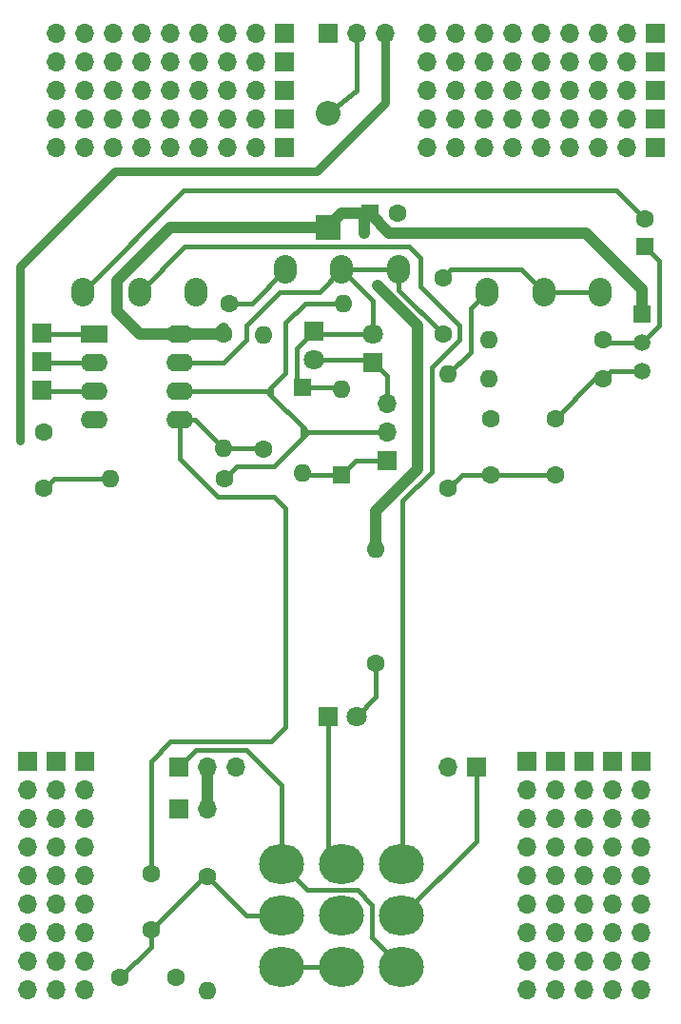
<source format=gtl>
G04 #@! TF.FileFunction,Copper,L1,Top,Signal*
%FSLAX46Y46*%
G04 Gerber Fmt 4.6, Leading zero omitted, Abs format (unit mm)*
G04 Created by KiCad (PCBNEW 4.0.7) date 02/09/18 21:40:19*
%MOMM*%
%LPD*%
G01*
G04 APERTURE LIST*
%ADD10C,0.100000*%
%ADD11O,2.032000X2.540000*%
%ADD12R,1.700000X1.700000*%
%ADD13O,1.700000X1.700000*%
%ADD14O,4.000000X3.500000*%
%ADD15R,2.400000X1.600000*%
%ADD16O,2.400000X1.600000*%
%ADD17C,1.520000*%
%ADD18R,1.520000X1.520000*%
%ADD19C,1.600000*%
%ADD20R,2.200000X2.200000*%
%ADD21O,2.200000X2.200000*%
%ADD22R,1.800000X1.800000*%
%ADD23C,1.800000*%
%ADD24O,1.600000X1.600000*%
%ADD25R,1.600000X1.600000*%
%ADD26C,0.600000*%
%ADD27C,1.000000*%
%ADD28C,0.400000*%
%ADD29C,0.750000*%
G04 APERTURE END LIST*
D10*
D11*
X156260000Y-74644000D03*
X161260000Y-74644000D03*
X166340000Y-74644000D03*
D12*
X189200000Y-63814000D03*
D13*
X186660000Y-63814000D03*
X184120000Y-63814000D03*
X181580000Y-63814000D03*
X179040000Y-63814000D03*
X176500000Y-63814000D03*
X173960000Y-63814000D03*
X171420000Y-63814000D03*
X168880000Y-63814000D03*
D12*
X189200000Y-61274000D03*
D13*
X186660000Y-61274000D03*
X184120000Y-61274000D03*
X181580000Y-61274000D03*
X179040000Y-61274000D03*
X176500000Y-61274000D03*
X173960000Y-61274000D03*
X171420000Y-61274000D03*
X168880000Y-61274000D03*
D12*
X189200000Y-58734000D03*
D13*
X186660000Y-58734000D03*
X184120000Y-58734000D03*
X181580000Y-58734000D03*
X179040000Y-58734000D03*
X176500000Y-58734000D03*
X173960000Y-58734000D03*
X171420000Y-58734000D03*
X168880000Y-58734000D03*
D12*
X189200000Y-56194000D03*
D13*
X186660000Y-56194000D03*
X184120000Y-56194000D03*
X181580000Y-56194000D03*
X179040000Y-56194000D03*
X176500000Y-56194000D03*
X173960000Y-56194000D03*
X171420000Y-56194000D03*
X168880000Y-56194000D03*
D12*
X189200000Y-53654000D03*
D13*
X186660000Y-53654000D03*
X184120000Y-53654000D03*
X181580000Y-53654000D03*
X179040000Y-53654000D03*
X176500000Y-53654000D03*
X173960000Y-53654000D03*
X171420000Y-53654000D03*
X168880000Y-53654000D03*
D12*
X156180000Y-63814000D03*
D13*
X153640000Y-63814000D03*
X151100000Y-63814000D03*
X148560000Y-63814000D03*
X146020000Y-63814000D03*
X143480000Y-63814000D03*
X140940000Y-63814000D03*
X138400000Y-63814000D03*
X135860000Y-63814000D03*
D12*
X156180000Y-61274000D03*
D13*
X153640000Y-61274000D03*
X151100000Y-61274000D03*
X148560000Y-61274000D03*
X146020000Y-61274000D03*
X143480000Y-61274000D03*
X140940000Y-61274000D03*
X138400000Y-61274000D03*
X135860000Y-61274000D03*
D12*
X156180000Y-58734000D03*
D13*
X153640000Y-58734000D03*
X151100000Y-58734000D03*
X148560000Y-58734000D03*
X146020000Y-58734000D03*
X143480000Y-58734000D03*
X140940000Y-58734000D03*
X138400000Y-58734000D03*
X135860000Y-58734000D03*
D12*
X156180000Y-56194000D03*
D13*
X153640000Y-56194000D03*
X151100000Y-56194000D03*
X148560000Y-56194000D03*
X146020000Y-56194000D03*
X143480000Y-56194000D03*
X140940000Y-56194000D03*
X138400000Y-56194000D03*
X135860000Y-56194000D03*
D12*
X135860000Y-118424000D03*
D13*
X135860000Y-120964000D03*
X135860000Y-123504000D03*
X135860000Y-126044000D03*
X135860000Y-128584000D03*
X135860000Y-131124000D03*
X135860000Y-133664000D03*
X135860000Y-136204000D03*
X135860000Y-138744000D03*
D12*
X185390000Y-118424000D03*
D13*
X185390000Y-120964000D03*
X185390000Y-123504000D03*
X185390000Y-126044000D03*
X185390000Y-128584000D03*
X185390000Y-131124000D03*
X185390000Y-133664000D03*
X185390000Y-136204000D03*
X185390000Y-138744000D03*
D12*
X180310000Y-118424000D03*
D13*
X180310000Y-120964000D03*
X180310000Y-123504000D03*
X180310000Y-126044000D03*
X180310000Y-128584000D03*
X180310000Y-131124000D03*
X180310000Y-133664000D03*
X180310000Y-136204000D03*
X180310000Y-138744000D03*
D14*
X166594000Y-136716000D03*
X166594000Y-132144000D03*
X166594000Y-127572000D03*
X161260000Y-127572000D03*
X155926000Y-127572000D03*
X161260000Y-132144000D03*
X155926000Y-132144000D03*
X161260000Y-136716000D03*
X155926000Y-136716000D03*
D15*
X139260000Y-80394000D03*
D16*
X146880000Y-88014000D03*
X139260000Y-82934000D03*
X146880000Y-85474000D03*
X139260000Y-85474000D03*
X146880000Y-82934000D03*
X139260000Y-88014000D03*
X146880000Y-80394000D03*
D17*
X188010000Y-81184000D03*
X188010000Y-83724000D03*
D18*
X188010000Y-78644000D03*
D12*
X146760000Y-122644000D03*
D13*
X149300000Y-122644000D03*
D19*
X141510000Y-137644000D03*
X146510000Y-137644000D03*
X144260000Y-128394000D03*
X144260000Y-133394000D03*
X134760000Y-94144000D03*
X134760000Y-89144000D03*
X170260000Y-75394000D03*
X170260000Y-80394000D03*
X174510000Y-92894000D03*
X174510000Y-87894000D03*
X180260000Y-87894000D03*
X180260000Y-92894000D03*
D20*
X160010000Y-70894000D03*
D21*
X160010000Y-60734000D03*
D22*
X160010000Y-114394000D03*
D23*
X162550000Y-114394000D03*
D22*
X164010000Y-82894000D03*
D23*
X164010000Y-80354000D03*
D22*
X158760000Y-80144000D03*
D23*
X158760000Y-82684000D03*
D12*
X160010000Y-53644000D03*
D13*
X162550000Y-53644000D03*
X165090000Y-53644000D03*
D12*
X134590000Y-82864000D03*
X134590000Y-85404000D03*
X134590000Y-80324000D03*
D19*
X164260000Y-109644000D03*
D24*
X164260000Y-99484000D03*
D19*
X149260000Y-128644000D03*
D24*
X149260000Y-138804000D03*
D19*
X154260000Y-90644000D03*
D24*
X154260000Y-80484000D03*
D19*
X150760000Y-80394000D03*
D24*
X150760000Y-90554000D03*
D19*
X150860000Y-93244000D03*
D24*
X140700000Y-93244000D03*
D19*
X151260000Y-77644000D03*
D24*
X161420000Y-77644000D03*
D19*
X170760000Y-94144000D03*
D24*
X170760000Y-83984000D03*
D19*
X184510000Y-84394000D03*
D24*
X174350000Y-84394000D03*
D19*
X184510000Y-80894000D03*
D24*
X174350000Y-80894000D03*
D12*
X165260000Y-91644000D03*
D13*
X165260000Y-89104000D03*
X165260000Y-86564000D03*
D25*
X161260000Y-92894000D03*
D24*
X161260000Y-85274000D03*
D25*
X157760000Y-85144000D03*
D24*
X157760000Y-92764000D03*
D25*
X163760000Y-69644000D03*
D19*
X166260000Y-69644000D03*
D25*
X188260000Y-72644000D03*
D19*
X188260000Y-70144000D03*
D12*
X146760000Y-118894000D03*
D13*
X149300000Y-118894000D03*
X151840000Y-118894000D03*
D12*
X173260000Y-118894000D03*
D13*
X170720000Y-118894000D03*
D12*
X177770000Y-118424000D03*
D13*
X177770000Y-120964000D03*
X177770000Y-123504000D03*
X177770000Y-126044000D03*
X177770000Y-128584000D03*
X177770000Y-131124000D03*
X177770000Y-133664000D03*
X177770000Y-136204000D03*
X177770000Y-138744000D03*
D12*
X182850000Y-118424000D03*
D13*
X182850000Y-120964000D03*
X182850000Y-123504000D03*
X182850000Y-126044000D03*
X182850000Y-128584000D03*
X182850000Y-131124000D03*
X182850000Y-133664000D03*
X182850000Y-136204000D03*
X182850000Y-138744000D03*
D12*
X187930000Y-118424000D03*
D13*
X187930000Y-120964000D03*
X187930000Y-123504000D03*
X187930000Y-126044000D03*
X187930000Y-128584000D03*
X187930000Y-131124000D03*
X187930000Y-133664000D03*
X187930000Y-136204000D03*
X187930000Y-138744000D03*
D12*
X133320000Y-118424000D03*
D13*
X133320000Y-120964000D03*
X133320000Y-123504000D03*
X133320000Y-126044000D03*
X133320000Y-128584000D03*
X133320000Y-131124000D03*
X133320000Y-133664000D03*
X133320000Y-136204000D03*
X133320000Y-138744000D03*
D12*
X138400000Y-118424000D03*
D13*
X138400000Y-120964000D03*
X138400000Y-123504000D03*
X138400000Y-126044000D03*
X138400000Y-128584000D03*
X138400000Y-131124000D03*
X138400000Y-133664000D03*
X138400000Y-136204000D03*
X138400000Y-138744000D03*
D12*
X156180000Y-53654000D03*
D13*
X153640000Y-53654000D03*
X151100000Y-53654000D03*
X148560000Y-53654000D03*
X146020000Y-53654000D03*
X143480000Y-53654000D03*
X140940000Y-53654000D03*
X138400000Y-53654000D03*
X135860000Y-53654000D03*
D11*
X184260000Y-76644000D03*
X179260000Y-76644000D03*
X174180000Y-76644000D03*
X148260000Y-76644000D03*
X143260000Y-76644000D03*
X138180000Y-76644000D03*
D26*
X164460000Y-76044000D03*
X163260000Y-71444000D03*
X132660000Y-89844000D03*
D27*
X164260000Y-99484000D02*
X164260000Y-96144000D01*
X168010000Y-92394000D02*
X168010000Y-81894000D01*
X164260000Y-96144000D02*
X168010000Y-92394000D01*
X168010000Y-79594000D02*
X168010000Y-81894000D01*
X164460000Y-76044000D02*
X168010000Y-79594000D01*
X163260000Y-71444000D02*
X163260000Y-70144000D01*
X163260000Y-70144000D02*
X163760000Y-69644000D01*
X188010000Y-78644000D02*
X188010000Y-76394000D01*
X165510000Y-71394000D02*
X183010000Y-71394000D01*
X183010000Y-71394000D02*
X188010000Y-76394000D01*
X165510000Y-71394000D02*
X163760000Y-69644000D01*
X146880000Y-80394000D02*
X143260000Y-80394000D01*
X146010000Y-70894000D02*
X160010000Y-70894000D01*
X141260000Y-75644000D02*
X146010000Y-70894000D01*
X141260000Y-78394000D02*
X141260000Y-75644000D01*
X143260000Y-80394000D02*
X141260000Y-78394000D01*
X160010000Y-70894000D02*
X161260000Y-69644000D01*
X161260000Y-69644000D02*
X163760000Y-69644000D01*
X146880000Y-80394000D02*
X150260000Y-80394000D01*
X150260000Y-80394000D02*
X150760000Y-79894000D01*
D28*
X144260000Y-133394000D02*
X149010000Y-128644000D01*
X149010000Y-128644000D02*
X149260000Y-128644000D01*
X141510000Y-137644000D02*
X144260000Y-134894000D01*
X144260000Y-134894000D02*
X144260000Y-133394000D01*
X149260000Y-128644000D02*
X152760000Y-132144000D01*
X152760000Y-132144000D02*
X155926000Y-132144000D01*
X146010000Y-116644000D02*
X144260000Y-118394000D01*
X146880000Y-91514000D02*
X150260000Y-94894000D01*
X150260000Y-94894000D02*
X155260000Y-94894000D01*
X155260000Y-94894000D02*
X156260000Y-95894000D01*
X156260000Y-115394000D02*
X156260000Y-95894000D01*
X155010000Y-116644000D02*
X156260000Y-115394000D01*
X146010000Y-116644000D02*
X155010000Y-116644000D01*
X146880000Y-88014000D02*
X146880000Y-91514000D01*
X144260000Y-118394000D02*
X144260000Y-128394000D01*
X150760000Y-90554000D02*
X154170000Y-90554000D01*
X154170000Y-90554000D02*
X154260000Y-90644000D01*
X146880000Y-88014000D02*
X148220000Y-88014000D01*
X148220000Y-88014000D02*
X150760000Y-90554000D01*
X134760000Y-94144000D02*
X135660000Y-93244000D01*
X135660000Y-93244000D02*
X140700000Y-93244000D01*
X179260000Y-76644000D02*
X184260000Y-76644000D01*
X170260000Y-75394000D02*
X171010000Y-74644000D01*
X171010000Y-74644000D02*
X177260000Y-74644000D01*
X177260000Y-74644000D02*
X179260000Y-76644000D01*
X166340000Y-74644000D02*
X166340000Y-76474000D01*
X166340000Y-76474000D02*
X170260000Y-80394000D01*
X170220000Y-80354000D02*
X170260000Y-80394000D01*
X146880000Y-82934000D02*
X150720000Y-82934000D01*
X159260000Y-76644000D02*
X161260000Y-74644000D01*
X155760000Y-76644000D02*
X159260000Y-76644000D01*
X152760000Y-79644000D02*
X155760000Y-76644000D01*
X152760000Y-80894000D02*
X152760000Y-79644000D01*
X150720000Y-82934000D02*
X152760000Y-80894000D01*
X161260000Y-74644000D02*
X164010000Y-77394000D01*
X164010000Y-77394000D02*
X164010000Y-80354000D01*
X158760000Y-80144000D02*
X158970000Y-80354000D01*
X158970000Y-80354000D02*
X164010000Y-80354000D01*
X157760000Y-85144000D02*
X157260000Y-84644000D01*
X157260000Y-84644000D02*
X157260000Y-81644000D01*
X157260000Y-81644000D02*
X158760000Y-80144000D01*
X157760000Y-85144000D02*
X161130000Y-85144000D01*
X161130000Y-85144000D02*
X161260000Y-85274000D01*
X161260000Y-74644000D02*
X166340000Y-74644000D01*
X158760000Y-80144000D02*
X158800000Y-80104000D01*
X174510000Y-92894000D02*
X180260000Y-92894000D01*
X170760000Y-94144000D02*
X172010000Y-92894000D01*
X172010000Y-92894000D02*
X174510000Y-92894000D01*
X180260000Y-87894000D02*
X183760000Y-84394000D01*
X183760000Y-84394000D02*
X184510000Y-84394000D01*
X184510000Y-84394000D02*
X185180000Y-83724000D01*
X185180000Y-83724000D02*
X188010000Y-83724000D01*
X188010000Y-81184000D02*
X188010000Y-81144000D01*
X188010000Y-81144000D02*
X189510000Y-79644000D01*
X189510000Y-73894000D02*
X188260000Y-72644000D01*
X189510000Y-79644000D02*
X189510000Y-73894000D01*
X188010000Y-81184000D02*
X188010000Y-80894000D01*
X184510000Y-80894000D02*
X184800000Y-81184000D01*
X184800000Y-81184000D02*
X188010000Y-81184000D01*
X147200000Y-67624000D02*
X138180000Y-76644000D01*
X182260000Y-67624000D02*
X185740000Y-67624000D01*
X182240000Y-67624000D02*
X182260000Y-67624000D01*
X182260000Y-67624000D02*
X147200000Y-67624000D01*
X185740000Y-67624000D02*
X188260000Y-70144000D01*
X160010000Y-60734000D02*
X162550000Y-58694000D01*
X162550000Y-58694000D02*
X162550000Y-53644000D01*
X161260000Y-127572000D02*
X160010000Y-126322000D01*
X160010000Y-126322000D02*
X160010000Y-114394000D01*
X162550000Y-114394000D02*
X164260000Y-112684000D01*
X164260000Y-112684000D02*
X164260000Y-109644000D01*
X161260000Y-92894000D02*
X162510000Y-91644000D01*
X162510000Y-91644000D02*
X165260000Y-91644000D01*
X157760000Y-92764000D02*
X157890000Y-92894000D01*
X157890000Y-92894000D02*
X161260000Y-92894000D01*
X164010000Y-82894000D02*
X165260000Y-84144000D01*
X165260000Y-84144000D02*
X165260000Y-86564000D01*
X158760000Y-82684000D02*
X163800000Y-82684000D01*
X163800000Y-82684000D02*
X164010000Y-82894000D01*
X158760000Y-82684000D02*
X158800000Y-82644000D01*
X155926000Y-127572000D02*
X158218000Y-129864000D01*
X163930000Y-134052000D02*
X166594000Y-136716000D01*
X163930000Y-131154000D02*
X163930000Y-134052000D01*
X162640000Y-129864000D02*
X163930000Y-131154000D01*
X158218000Y-129864000D02*
X162640000Y-129864000D01*
X146760000Y-118894000D02*
X148260000Y-117394000D01*
X155926000Y-120560000D02*
X155926000Y-127572000D01*
X152760000Y-117394000D02*
X155926000Y-120560000D01*
X148260000Y-117394000D02*
X152760000Y-117394000D01*
X134590000Y-82864000D02*
X134660000Y-82934000D01*
X134660000Y-82934000D02*
X139260000Y-82934000D01*
X134590000Y-85404000D02*
X134660000Y-85474000D01*
X134660000Y-85474000D02*
X139260000Y-85474000D01*
X134590000Y-80324000D02*
X134660000Y-80394000D01*
X134660000Y-80394000D02*
X139260000Y-80394000D01*
X173260000Y-118894000D02*
X173260000Y-125478000D01*
X173260000Y-125478000D02*
X166594000Y-132144000D01*
X153060000Y-92174000D02*
X151930000Y-92174000D01*
X151930000Y-92174000D02*
X150860000Y-93244000D01*
X157760000Y-88644000D02*
X157760000Y-89644000D01*
X155010000Y-85894000D02*
X155010000Y-85144000D01*
X146880000Y-85474000D02*
X154680000Y-85474000D01*
X154680000Y-85474000D02*
X155010000Y-85144000D01*
X158010000Y-77644000D02*
X161420000Y-77644000D01*
X155010000Y-85144000D02*
X156260000Y-83894000D01*
X156260000Y-83894000D02*
X156260000Y-79394000D01*
X156260000Y-79394000D02*
X158010000Y-77644000D01*
X165260000Y-89104000D02*
X158220000Y-89104000D01*
X154590000Y-85474000D02*
X146880000Y-85474000D01*
X158220000Y-89104000D02*
X157760000Y-88644000D01*
X157760000Y-88644000D02*
X155010000Y-85894000D01*
X155010000Y-85894000D02*
X154590000Y-85474000D01*
X155230000Y-92174000D02*
X157760000Y-89644000D01*
X152980000Y-92174000D02*
X153060000Y-92174000D01*
X153060000Y-92174000D02*
X155230000Y-92174000D01*
X158300000Y-89104000D02*
X165260000Y-89104000D01*
X157760000Y-89644000D02*
X158300000Y-89104000D01*
X151260000Y-77644000D02*
X153260000Y-77644000D01*
X153260000Y-77644000D02*
X156260000Y-74644000D01*
X172760000Y-78064000D02*
X174180000Y-76644000D01*
X172760000Y-81984000D02*
X172760000Y-78064000D01*
X170760000Y-83984000D02*
X172760000Y-81984000D01*
X169260000Y-92644000D02*
X166660000Y-95244000D01*
X168260000Y-73644000D02*
X168260000Y-76144000D01*
X167260000Y-72644000D02*
X147260000Y-72644000D01*
X171760000Y-80894000D02*
X169260000Y-83394000D01*
X168510000Y-76394000D02*
X171760000Y-79644000D01*
X143260000Y-76644000D02*
X147260000Y-72644000D01*
X171760000Y-79644000D02*
X171760000Y-80894000D01*
X168510000Y-76394000D02*
X168260000Y-76144000D01*
X169260000Y-83394000D02*
X169260000Y-92644000D01*
X167260000Y-72644000D02*
X168260000Y-73644000D01*
X166660000Y-95244000D02*
X166660000Y-127506000D01*
X155926000Y-136716000D02*
X161260000Y-136716000D01*
D29*
X132660000Y-89844000D02*
X132660000Y-74344000D01*
X143510000Y-65894000D02*
X141110000Y-65894000D01*
X165090000Y-53644000D02*
X165090000Y-59814000D01*
X159010000Y-65894000D02*
X165090000Y-59814000D01*
X143510000Y-65894000D02*
X159010000Y-65894000D01*
X141110000Y-65894000D02*
X132660000Y-74344000D01*
D27*
X149300000Y-122644000D02*
X149300000Y-118894000D01*
M02*

</source>
